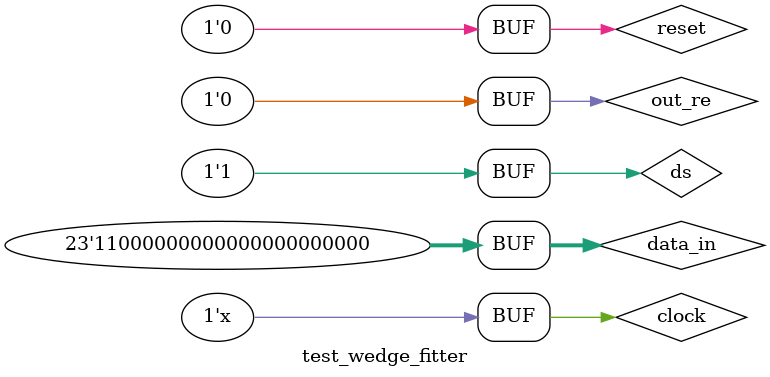
<source format=v>
`timescale 1ns / 1ps


module test_wedge_fitter;

	// Inputs
	reg [22:0] data_in;
	reg ds;
	reg out_re;
	reg clock;
	reg reset;

	// Outputs
	wire hold;
	wire [22:0] data_out;
	wire out_empty;
	wire out_valid;
	wire [23:0] ispy_data;
	wire ispy_dv;

	// Instantiate the Unit Under Test (UUT)
	wedge_fitter uut (
		.data_in(data_in), 
		.ds(ds), 
		.out_re(out_re), 
		.clock(clock),
			.locked(1'b1),
		.reset(reset), 
		.hold(hold), 
		.data_out(data_out), 
		.out_empty(out_empty), 
		.out_valid(out_valid), 
		.ispy_data(ispy_data), 
		.ispy_dv(ispy_dv)
	);

	initial begin
		// Initialize Inputs
		data_in = 0;
		ds = 1;
		out_re = 0;
		clock = 0;
		reset = 0;

		// Wait 100 ns for global reset to finish
		#100;
		reset = 1;
		#50;
		reset = 0;
		
		#500;
		data_in = 23'h600000;
		ds = 0;
		#20;
		ds = 1;
        
		// Add stimulus here

	end
      
		
	always begin
		#10 clock = ~clock;
	end
endmodule


</source>
